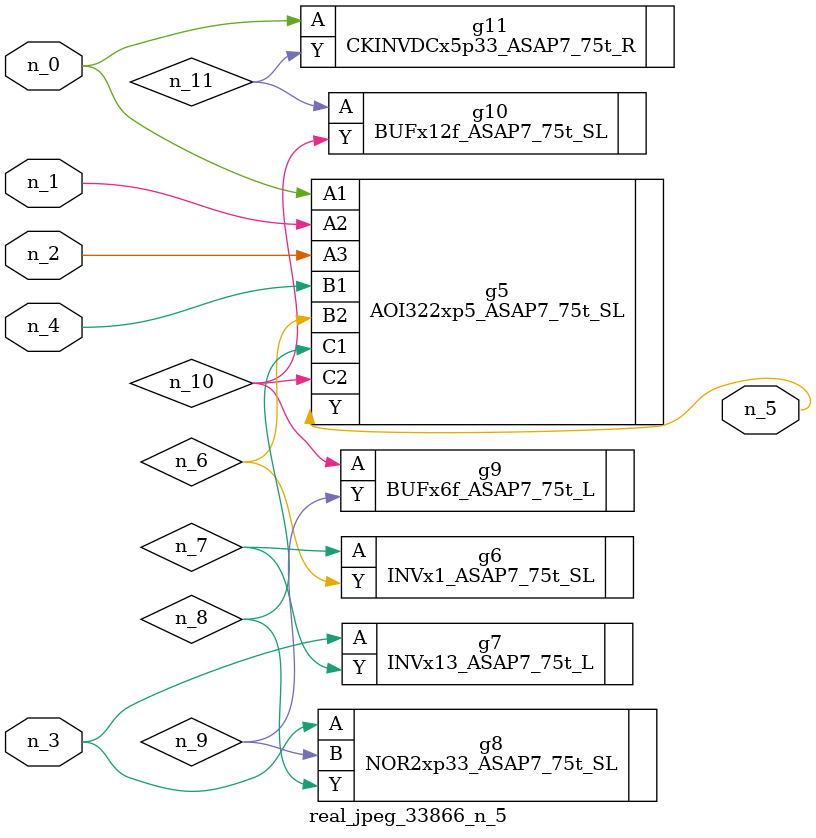
<source format=v>
module real_jpeg_33866_n_5 (n_4, n_0, n_1, n_2, n_3, n_5);

input n_4;
input n_0;
input n_1;
input n_2;
input n_3;

output n_5;

wire n_8;
wire n_11;
wire n_6;
wire n_7;
wire n_10;
wire n_9;

AOI322xp5_ASAP7_75t_SL g5 ( 
.A1(n_0),
.A2(n_1),
.A3(n_2),
.B1(n_4),
.B2(n_6),
.C1(n_8),
.C2(n_10),
.Y(n_5)
);

CKINVDCx5p33_ASAP7_75t_R g11 ( 
.A(n_0),
.Y(n_11)
);

INVx13_ASAP7_75t_L g7 ( 
.A(n_3),
.Y(n_7)
);

NOR2xp33_ASAP7_75t_SL g8 ( 
.A(n_3),
.B(n_9),
.Y(n_8)
);

INVx1_ASAP7_75t_SL g6 ( 
.A(n_7),
.Y(n_6)
);

BUFx6f_ASAP7_75t_L g9 ( 
.A(n_10),
.Y(n_9)
);

BUFx12f_ASAP7_75t_SL g10 ( 
.A(n_11),
.Y(n_10)
);


endmodule
</source>
